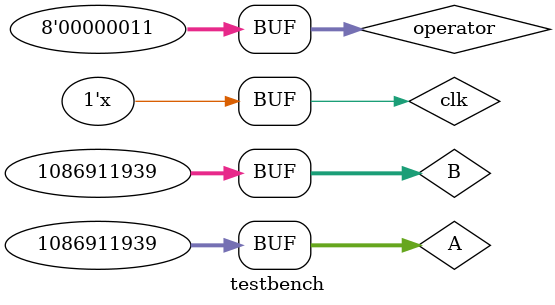
<source format=v>
`timescale 1ns / 1ps


module testbench();
reg clk=0;
reg [31:0]A=32'b0_10000001_10010001111010111000011;
reg [31:0]B=32'b0_10000001_10010001111010111000011;
reg [7:0]operator=2'h3;
wire [31:0]result;
wire m_axis_result_tvalid;

always #5 clk<=~clk;

FPU test(
   .clk(clk),
   .A(A),
   .B(B),
   .result(result),
   .operator(operator)
   );
   
   

endmodule

</source>
